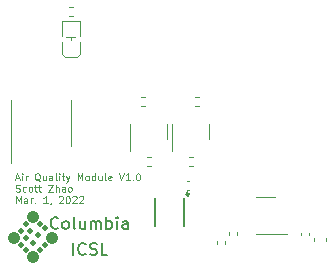
<source format=gbr>
%TF.GenerationSoftware,KiCad,Pcbnew,(6.0.0-0)*%
%TF.CreationDate,2022-03-07T01:14:35-05:00*%
%TF.ProjectId,air_quality,6169725f-7175-4616-9c69-74792e6b6963,rev?*%
%TF.SameCoordinates,Original*%
%TF.FileFunction,Legend,Top*%
%TF.FilePolarity,Positive*%
%FSLAX46Y46*%
G04 Gerber Fmt 4.6, Leading zero omitted, Abs format (unit mm)*
G04 Created by KiCad (PCBNEW (6.0.0-0)) date 2022-03-07 01:14:35*
%MOMM*%
%LPD*%
G01*
G04 APERTURE LIST*
%ADD10C,0.080000*%
%ADD11C,0.200000*%
%ADD12C,0.120000*%
%ADD13C,0.203200*%
%ADD14C,0.228600*%
%ADD15C,0.500000*%
%ADD16C,1.000000*%
G04 APERTURE END LIST*
D10*
X93892285Y-77874000D02*
X94178000Y-77874000D01*
X93835142Y-78045428D02*
X94035142Y-77445428D01*
X94235142Y-78045428D01*
X94435142Y-78045428D02*
X94435142Y-77645428D01*
X94435142Y-77445428D02*
X94406571Y-77474000D01*
X94435142Y-77502571D01*
X94463714Y-77474000D01*
X94435142Y-77445428D01*
X94435142Y-77502571D01*
X94720857Y-78045428D02*
X94720857Y-77645428D01*
X94720857Y-77759714D02*
X94749428Y-77702571D01*
X94778000Y-77674000D01*
X94835142Y-77645428D01*
X94892285Y-77645428D01*
X95949428Y-78102571D02*
X95892285Y-78074000D01*
X95835142Y-78016857D01*
X95749428Y-77931142D01*
X95692285Y-77902571D01*
X95635142Y-77902571D01*
X95663714Y-78045428D02*
X95606571Y-78016857D01*
X95549428Y-77959714D01*
X95520857Y-77845428D01*
X95520857Y-77645428D01*
X95549428Y-77531142D01*
X95606571Y-77474000D01*
X95663714Y-77445428D01*
X95778000Y-77445428D01*
X95835142Y-77474000D01*
X95892285Y-77531142D01*
X95920857Y-77645428D01*
X95920857Y-77845428D01*
X95892285Y-77959714D01*
X95835142Y-78016857D01*
X95778000Y-78045428D01*
X95663714Y-78045428D01*
X96435142Y-77645428D02*
X96435142Y-78045428D01*
X96178000Y-77645428D02*
X96178000Y-77959714D01*
X96206571Y-78016857D01*
X96263714Y-78045428D01*
X96349428Y-78045428D01*
X96406571Y-78016857D01*
X96435142Y-77988285D01*
X96978000Y-78045428D02*
X96978000Y-77731142D01*
X96949428Y-77674000D01*
X96892285Y-77645428D01*
X96778000Y-77645428D01*
X96720857Y-77674000D01*
X96978000Y-78016857D02*
X96920857Y-78045428D01*
X96778000Y-78045428D01*
X96720857Y-78016857D01*
X96692285Y-77959714D01*
X96692285Y-77902571D01*
X96720857Y-77845428D01*
X96778000Y-77816857D01*
X96920857Y-77816857D01*
X96978000Y-77788285D01*
X97349428Y-78045428D02*
X97292285Y-78016857D01*
X97263714Y-77959714D01*
X97263714Y-77445428D01*
X97578000Y-78045428D02*
X97578000Y-77645428D01*
X97578000Y-77445428D02*
X97549428Y-77474000D01*
X97578000Y-77502571D01*
X97606571Y-77474000D01*
X97578000Y-77445428D01*
X97578000Y-77502571D01*
X97778000Y-77645428D02*
X98006571Y-77645428D01*
X97863714Y-77445428D02*
X97863714Y-77959714D01*
X97892285Y-78016857D01*
X97949428Y-78045428D01*
X98006571Y-78045428D01*
X98149428Y-77645428D02*
X98292285Y-78045428D01*
X98435142Y-77645428D02*
X98292285Y-78045428D01*
X98235142Y-78188285D01*
X98206571Y-78216857D01*
X98149428Y-78245428D01*
X99120857Y-78045428D02*
X99120857Y-77445428D01*
X99320857Y-77874000D01*
X99520857Y-77445428D01*
X99520857Y-78045428D01*
X99892285Y-78045428D02*
X99835142Y-78016857D01*
X99806571Y-77988285D01*
X99778000Y-77931142D01*
X99778000Y-77759714D01*
X99806571Y-77702571D01*
X99835142Y-77674000D01*
X99892285Y-77645428D01*
X99978000Y-77645428D01*
X100035142Y-77674000D01*
X100063714Y-77702571D01*
X100092285Y-77759714D01*
X100092285Y-77931142D01*
X100063714Y-77988285D01*
X100035142Y-78016857D01*
X99978000Y-78045428D01*
X99892285Y-78045428D01*
X100606571Y-78045428D02*
X100606571Y-77445428D01*
X100606571Y-78016857D02*
X100549428Y-78045428D01*
X100435142Y-78045428D01*
X100378000Y-78016857D01*
X100349428Y-77988285D01*
X100320857Y-77931142D01*
X100320857Y-77759714D01*
X100349428Y-77702571D01*
X100378000Y-77674000D01*
X100435142Y-77645428D01*
X100549428Y-77645428D01*
X100606571Y-77674000D01*
X101149428Y-77645428D02*
X101149428Y-78045428D01*
X100892285Y-77645428D02*
X100892285Y-77959714D01*
X100920857Y-78016857D01*
X100978000Y-78045428D01*
X101063714Y-78045428D01*
X101120857Y-78016857D01*
X101149428Y-77988285D01*
X101520857Y-78045428D02*
X101463714Y-78016857D01*
X101435142Y-77959714D01*
X101435142Y-77445428D01*
X101978000Y-78016857D02*
X101920857Y-78045428D01*
X101806571Y-78045428D01*
X101749428Y-78016857D01*
X101720857Y-77959714D01*
X101720857Y-77731142D01*
X101749428Y-77674000D01*
X101806571Y-77645428D01*
X101920857Y-77645428D01*
X101978000Y-77674000D01*
X102006571Y-77731142D01*
X102006571Y-77788285D01*
X101720857Y-77845428D01*
X102635142Y-77445428D02*
X102835142Y-78045428D01*
X103035142Y-77445428D01*
X103549428Y-78045428D02*
X103206571Y-78045428D01*
X103378000Y-78045428D02*
X103378000Y-77445428D01*
X103320857Y-77531142D01*
X103263714Y-77588285D01*
X103206571Y-77616857D01*
X103806571Y-77988285D02*
X103835142Y-78016857D01*
X103806571Y-78045428D01*
X103778000Y-78016857D01*
X103806571Y-77988285D01*
X103806571Y-78045428D01*
X104206571Y-77445428D02*
X104263714Y-77445428D01*
X104320857Y-77474000D01*
X104349428Y-77502571D01*
X104378000Y-77559714D01*
X104406571Y-77674000D01*
X104406571Y-77816857D01*
X104378000Y-77931142D01*
X104349428Y-77988285D01*
X104320857Y-78016857D01*
X104263714Y-78045428D01*
X104206571Y-78045428D01*
X104149428Y-78016857D01*
X104120857Y-77988285D01*
X104092285Y-77931142D01*
X104063714Y-77816857D01*
X104063714Y-77674000D01*
X104092285Y-77559714D01*
X104120857Y-77502571D01*
X104149428Y-77474000D01*
X104206571Y-77445428D01*
X93892285Y-78982857D02*
X93978000Y-79011428D01*
X94120857Y-79011428D01*
X94178000Y-78982857D01*
X94206571Y-78954285D01*
X94235142Y-78897142D01*
X94235142Y-78840000D01*
X94206571Y-78782857D01*
X94178000Y-78754285D01*
X94120857Y-78725714D01*
X94006571Y-78697142D01*
X93949428Y-78668571D01*
X93920857Y-78640000D01*
X93892285Y-78582857D01*
X93892285Y-78525714D01*
X93920857Y-78468571D01*
X93949428Y-78440000D01*
X94006571Y-78411428D01*
X94149428Y-78411428D01*
X94235142Y-78440000D01*
X94749428Y-78982857D02*
X94692285Y-79011428D01*
X94578000Y-79011428D01*
X94520857Y-78982857D01*
X94492285Y-78954285D01*
X94463714Y-78897142D01*
X94463714Y-78725714D01*
X94492285Y-78668571D01*
X94520857Y-78640000D01*
X94578000Y-78611428D01*
X94692285Y-78611428D01*
X94749428Y-78640000D01*
X95092285Y-79011428D02*
X95035142Y-78982857D01*
X95006571Y-78954285D01*
X94978000Y-78897142D01*
X94978000Y-78725714D01*
X95006571Y-78668571D01*
X95035142Y-78640000D01*
X95092285Y-78611428D01*
X95178000Y-78611428D01*
X95235142Y-78640000D01*
X95263714Y-78668571D01*
X95292285Y-78725714D01*
X95292285Y-78897142D01*
X95263714Y-78954285D01*
X95235142Y-78982857D01*
X95178000Y-79011428D01*
X95092285Y-79011428D01*
X95463714Y-78611428D02*
X95692285Y-78611428D01*
X95549428Y-78411428D02*
X95549428Y-78925714D01*
X95578000Y-78982857D01*
X95635142Y-79011428D01*
X95692285Y-79011428D01*
X95806571Y-78611428D02*
X96035142Y-78611428D01*
X95892285Y-78411428D02*
X95892285Y-78925714D01*
X95920857Y-78982857D01*
X95978000Y-79011428D01*
X96035142Y-79011428D01*
X96635142Y-78411428D02*
X97035142Y-78411428D01*
X96635142Y-79011428D01*
X97035142Y-79011428D01*
X97263714Y-79011428D02*
X97263714Y-78411428D01*
X97520857Y-79011428D02*
X97520857Y-78697142D01*
X97492285Y-78640000D01*
X97435142Y-78611428D01*
X97349428Y-78611428D01*
X97292285Y-78640000D01*
X97263714Y-78668571D01*
X98063714Y-79011428D02*
X98063714Y-78697142D01*
X98035142Y-78640000D01*
X97978000Y-78611428D01*
X97863714Y-78611428D01*
X97806571Y-78640000D01*
X98063714Y-78982857D02*
X98006571Y-79011428D01*
X97863714Y-79011428D01*
X97806571Y-78982857D01*
X97778000Y-78925714D01*
X97778000Y-78868571D01*
X97806571Y-78811428D01*
X97863714Y-78782857D01*
X98006571Y-78782857D01*
X98063714Y-78754285D01*
X98435142Y-79011428D02*
X98378000Y-78982857D01*
X98349428Y-78954285D01*
X98320857Y-78897142D01*
X98320857Y-78725714D01*
X98349428Y-78668571D01*
X98378000Y-78640000D01*
X98435142Y-78611428D01*
X98520857Y-78611428D01*
X98578000Y-78640000D01*
X98606571Y-78668571D01*
X98635142Y-78725714D01*
X98635142Y-78897142D01*
X98606571Y-78954285D01*
X98578000Y-78982857D01*
X98520857Y-79011428D01*
X98435142Y-79011428D01*
X93920857Y-79977428D02*
X93920857Y-79377428D01*
X94120857Y-79806000D01*
X94320857Y-79377428D01*
X94320857Y-79977428D01*
X94863714Y-79977428D02*
X94863714Y-79663142D01*
X94835142Y-79606000D01*
X94778000Y-79577428D01*
X94663714Y-79577428D01*
X94606571Y-79606000D01*
X94863714Y-79948857D02*
X94806571Y-79977428D01*
X94663714Y-79977428D01*
X94606571Y-79948857D01*
X94578000Y-79891714D01*
X94578000Y-79834571D01*
X94606571Y-79777428D01*
X94663714Y-79748857D01*
X94806571Y-79748857D01*
X94863714Y-79720285D01*
X95149428Y-79977428D02*
X95149428Y-79577428D01*
X95149428Y-79691714D02*
X95178000Y-79634571D01*
X95206571Y-79606000D01*
X95263714Y-79577428D01*
X95320857Y-79577428D01*
X95520857Y-79920285D02*
X95549428Y-79948857D01*
X95520857Y-79977428D01*
X95492285Y-79948857D01*
X95520857Y-79920285D01*
X95520857Y-79977428D01*
X96578000Y-79977428D02*
X96235142Y-79977428D01*
X96406571Y-79977428D02*
X96406571Y-79377428D01*
X96349428Y-79463142D01*
X96292285Y-79520285D01*
X96235142Y-79548857D01*
X96863714Y-79948857D02*
X96863714Y-79977428D01*
X96835142Y-80034571D01*
X96806571Y-80063142D01*
X97549428Y-79434571D02*
X97578000Y-79406000D01*
X97635142Y-79377428D01*
X97778000Y-79377428D01*
X97835142Y-79406000D01*
X97863714Y-79434571D01*
X97892285Y-79491714D01*
X97892285Y-79548857D01*
X97863714Y-79634571D01*
X97520857Y-79977428D01*
X97892285Y-79977428D01*
X98263714Y-79377428D02*
X98320857Y-79377428D01*
X98378000Y-79406000D01*
X98406571Y-79434571D01*
X98435142Y-79491714D01*
X98463714Y-79606000D01*
X98463714Y-79748857D01*
X98435142Y-79863142D01*
X98406571Y-79920285D01*
X98378000Y-79948857D01*
X98320857Y-79977428D01*
X98263714Y-79977428D01*
X98206571Y-79948857D01*
X98178000Y-79920285D01*
X98149428Y-79863142D01*
X98120857Y-79748857D01*
X98120857Y-79606000D01*
X98149428Y-79491714D01*
X98178000Y-79434571D01*
X98206571Y-79406000D01*
X98263714Y-79377428D01*
X98692285Y-79434571D02*
X98720857Y-79406000D01*
X98778000Y-79377428D01*
X98920857Y-79377428D01*
X98978000Y-79406000D01*
X99006571Y-79434571D01*
X99035142Y-79491714D01*
X99035142Y-79548857D01*
X99006571Y-79634571D01*
X98663714Y-79977428D01*
X99035142Y-79977428D01*
X99263714Y-79434571D02*
X99292285Y-79406000D01*
X99349428Y-79377428D01*
X99492285Y-79377428D01*
X99549428Y-79406000D01*
X99578000Y-79434571D01*
X99606571Y-79491714D01*
X99606571Y-79548857D01*
X99578000Y-79634571D01*
X99235142Y-79977428D01*
X99606571Y-79977428D01*
D11*
%TO.C,U3*%
X98748048Y-84356380D02*
X98748048Y-83356380D01*
X99795667Y-84261142D02*
X99748048Y-84308761D01*
X99605191Y-84356380D01*
X99509953Y-84356380D01*
X99367096Y-84308761D01*
X99271858Y-84213523D01*
X99224239Y-84118285D01*
X99176620Y-83927809D01*
X99176620Y-83784952D01*
X99224239Y-83594476D01*
X99271858Y-83499238D01*
X99367096Y-83404000D01*
X99509953Y-83356380D01*
X99605191Y-83356380D01*
X99748048Y-83404000D01*
X99795667Y-83451619D01*
X100176620Y-84308761D02*
X100319477Y-84356380D01*
X100557572Y-84356380D01*
X100652810Y-84308761D01*
X100700429Y-84261142D01*
X100748048Y-84165904D01*
X100748048Y-84070666D01*
X100700429Y-83975428D01*
X100652810Y-83927809D01*
X100557572Y-83880190D01*
X100367096Y-83832571D01*
X100271858Y-83784952D01*
X100224239Y-83737333D01*
X100176620Y-83642095D01*
X100176620Y-83546857D01*
X100224239Y-83451619D01*
X100271858Y-83404000D01*
X100367096Y-83356380D01*
X100605191Y-83356380D01*
X100748048Y-83404000D01*
X101652810Y-84356380D02*
X101176620Y-84356380D01*
X101176620Y-83356380D01*
X97462334Y-82061142D02*
X97414715Y-82108761D01*
X97271858Y-82156380D01*
X97176620Y-82156380D01*
X97033762Y-82108761D01*
X96938524Y-82013523D01*
X96890905Y-81918285D01*
X96843286Y-81727809D01*
X96843286Y-81584952D01*
X96890905Y-81394476D01*
X96938524Y-81299238D01*
X97033762Y-81204000D01*
X97176620Y-81156380D01*
X97271858Y-81156380D01*
X97414715Y-81204000D01*
X97462334Y-81251619D01*
X98033762Y-82156380D02*
X97938524Y-82108761D01*
X97890905Y-82061142D01*
X97843286Y-81965904D01*
X97843286Y-81680190D01*
X97890905Y-81584952D01*
X97938524Y-81537333D01*
X98033762Y-81489714D01*
X98176620Y-81489714D01*
X98271858Y-81537333D01*
X98319477Y-81584952D01*
X98367096Y-81680190D01*
X98367096Y-81965904D01*
X98319477Y-82061142D01*
X98271858Y-82108761D01*
X98176620Y-82156380D01*
X98033762Y-82156380D01*
X98938524Y-82156380D02*
X98843286Y-82108761D01*
X98795667Y-82013523D01*
X98795667Y-81156380D01*
X99748048Y-81489714D02*
X99748048Y-82156380D01*
X99319477Y-81489714D02*
X99319477Y-82013523D01*
X99367096Y-82108761D01*
X99462334Y-82156380D01*
X99605191Y-82156380D01*
X99700429Y-82108761D01*
X99748048Y-82061142D01*
X100224239Y-82156380D02*
X100224239Y-81489714D01*
X100224239Y-81584952D02*
X100271858Y-81537333D01*
X100367096Y-81489714D01*
X100509953Y-81489714D01*
X100605191Y-81537333D01*
X100652810Y-81632571D01*
X100652810Y-82156380D01*
X100652810Y-81632571D02*
X100700429Y-81537333D01*
X100795667Y-81489714D01*
X100938524Y-81489714D01*
X101033762Y-81537333D01*
X101081381Y-81632571D01*
X101081381Y-82156380D01*
X101557572Y-82156380D02*
X101557572Y-81156380D01*
X101557572Y-81537333D02*
X101652810Y-81489714D01*
X101843286Y-81489714D01*
X101938524Y-81537333D01*
X101986143Y-81584952D01*
X102033762Y-81680190D01*
X102033762Y-81965904D01*
X101986143Y-82061142D01*
X101938524Y-82108761D01*
X101843286Y-82156380D01*
X101652810Y-82156380D01*
X101557572Y-82108761D01*
X102462334Y-82156380D02*
X102462334Y-81489714D01*
X102462334Y-81156380D02*
X102414715Y-81204000D01*
X102462334Y-81251619D01*
X102509953Y-81204000D01*
X102462334Y-81156380D01*
X102462334Y-81251619D01*
X103367096Y-82156380D02*
X103367096Y-81632571D01*
X103319477Y-81537333D01*
X103224239Y-81489714D01*
X103033762Y-81489714D01*
X102938524Y-81537333D01*
X103367096Y-82108761D02*
X103271858Y-82156380D01*
X103033762Y-82156380D01*
X102938524Y-82108761D01*
X102890905Y-82013523D01*
X102890905Y-81918285D01*
X102938524Y-81823047D01*
X103033762Y-81775428D01*
X103271858Y-81775428D01*
X103367096Y-81727809D01*
D12*
%TO.C,U2*%
X115062000Y-79466000D02*
X115862000Y-79466000D01*
X115062000Y-82586000D02*
X114262000Y-82586000D01*
X115062000Y-79466000D02*
X114262000Y-79466000D01*
X115062000Y-82586000D02*
X116862000Y-82586000D01*
D13*
%TO.C,U1*%
X108159000Y-79497000D02*
X108159000Y-81947000D01*
X105709000Y-81947000D02*
X105709000Y-79497000D01*
D14*
X108572300Y-79198000D02*
G75*
G03*
X108572300Y-79198000I-114300J0D01*
G01*
D12*
%TO.C,R5*%
X109373641Y-71754000D02*
X109066359Y-71754000D01*
X109373641Y-70994000D02*
X109066359Y-70994000D01*
%TO.C,R4*%
X104494359Y-70994000D02*
X104801641Y-70994000D01*
X104494359Y-71754000D02*
X104801641Y-71754000D01*
%TO.C,R3*%
X108558359Y-76074000D02*
X108865641Y-76074000D01*
X108558359Y-76834000D02*
X108865641Y-76834000D01*
%TO.C,R2*%
X105002359Y-76074000D02*
X105309641Y-76074000D01*
X105002359Y-76834000D02*
X105309641Y-76834000D01*
%TO.C,Q2*%
X110272000Y-73914000D02*
X110272000Y-73264000D01*
X110272000Y-73914000D02*
X110272000Y-74564000D01*
X107152000Y-73914000D02*
X107152000Y-73264000D01*
X107152000Y-73914000D02*
X107152000Y-75589000D01*
%TO.C,Q1*%
X106716000Y-73914000D02*
X106716000Y-73264000D01*
X106716000Y-73914000D02*
X106716000Y-74564000D01*
X103596000Y-73914000D02*
X103596000Y-73264000D01*
X103596000Y-73914000D02*
X103596000Y-75589000D01*
%TO.C,C5*%
X111908000Y-82442164D02*
X111908000Y-82657836D01*
X112628000Y-82442164D02*
X112628000Y-82657836D01*
%TO.C,C4*%
X111612000Y-83204164D02*
X111612000Y-83419836D01*
X110892000Y-83204164D02*
X110892000Y-83419836D01*
%TO.C,C3*%
X118724000Y-82470164D02*
X118724000Y-82685836D01*
X118004000Y-82470164D02*
X118004000Y-82685836D01*
%TO.C,C2*%
X108350164Y-78126000D02*
X108565836Y-78126000D01*
X108350164Y-78846000D02*
X108565836Y-78846000D01*
%TO.C,C1*%
X120144000Y-82917420D02*
X120144000Y-83198580D01*
X119124000Y-82917420D02*
X119124000Y-83198580D01*
%TO.C,R1*%
X98705641Y-64134000D02*
X98398359Y-64134000D01*
X98705641Y-63374000D02*
X98398359Y-63374000D01*
%TO.C,U4*%
X93452000Y-73152000D02*
X93452000Y-76602000D01*
X98572000Y-73152000D02*
X98572000Y-71202000D01*
X93452000Y-73152000D02*
X93452000Y-71202000D01*
X98572000Y-73152000D02*
X98572000Y-75102000D01*
D15*
%TO.C,U3*%
X95929001Y-83904000D02*
G75*
G03*
X95929001Y-83904000I0J0D01*
G01*
X94729001Y-83904000D02*
G75*
G03*
X94729001Y-83904000I0J0D01*
G01*
X94329001Y-83504000D02*
G75*
G03*
X94329001Y-83504000I0J0D01*
G01*
X96329001Y-83504000D02*
G75*
G03*
X96329001Y-83504000I0J0D01*
G01*
X95129001Y-82304000D02*
G75*
G03*
X95129001Y-82304000I0J0D01*
G01*
X95929001Y-81704000D02*
G75*
G03*
X95929001Y-81704000I0J0D01*
G01*
X94329001Y-82304000D02*
G75*
G03*
X94329001Y-82304000I0J0D01*
G01*
D16*
X93729001Y-82904000D02*
G75*
G03*
X93729001Y-82904000I0J0D01*
G01*
D15*
X96329001Y-82104000D02*
G75*
G03*
X96329001Y-82104000I0J0D01*
G01*
D16*
X96929001Y-82904000D02*
G75*
G03*
X96929001Y-82904000I0J0D01*
G01*
D15*
X94729001Y-81704000D02*
G75*
G03*
X94729001Y-81704000I0J0D01*
G01*
X95329001Y-83304000D02*
G75*
G03*
X95329001Y-83304000I0J0D01*
G01*
X94729001Y-82904000D02*
G75*
G03*
X94729001Y-82904000I0J0D01*
G01*
D16*
X95329001Y-84504000D02*
G75*
G03*
X95329001Y-84504000I0J0D01*
G01*
D15*
X95729001Y-82704000D02*
G75*
G03*
X95729001Y-82704000I0J0D01*
G01*
D16*
X95329001Y-81104000D02*
G75*
G03*
X95329001Y-81104000I0J0D01*
G01*
D12*
%TO.C,D1*%
X99287000Y-67310000D02*
X99060000Y-67564000D01*
X98552000Y-65913000D02*
X98552000Y-66167000D01*
X98171000Y-65913000D02*
X98933000Y-65913000D01*
X99287000Y-65786000D02*
X99287000Y-64555000D01*
X97817000Y-66294000D02*
X97817000Y-67310000D01*
X97817000Y-64555000D02*
X97817000Y-65786000D01*
X98044000Y-67564000D02*
X97817000Y-67310000D01*
X99060000Y-67564000D02*
X98044000Y-67564000D01*
X99287000Y-67310000D02*
X99287000Y-66294000D01*
X99287000Y-64555000D02*
X97817000Y-64555000D01*
%TD*%
M02*

</source>
